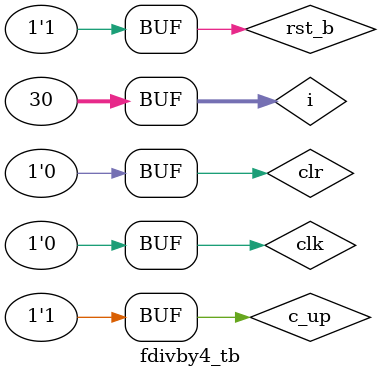
<source format=v>
module fdivby4(input clk, input rst_b, input c_up, input clr, output fdclk);
  
  localparam S0=0, S1=1, S2=2, S3=3;
  reg [3:0] st;
  wire [3:0] st_next;
  
  assign st_next[S0]=(st[S0]&(~c_up|clr))|(st[S1]&clr)|(st[S2]&clr)|(st[S3]&(c_up|clr));
  assign st_next[S1]=(st[S0]&(c_up|~clr))|(st[S1]&(~c_up&~clr));
  assign st_next[S2]=(st[S1]&(c_up|~clr))|(st[S2]&(~c_up&~clr));
  assign st_next[S3]=(st[S2]&(c_up|~clr))|(st[S3]&(~c_up&~clr));
  
  
  
  always @(posedge clk, negedge rst_b) begin
    if(!rst_b) begin
      st<=0;
      st[S0]<=1;
    end
    else st<=st_next;
  end
  
  assign fdclk=st[S0];
  
endmodule


module fdivby4_tb;
  
  reg clk,rst_b,c_up,clr;
  wire fdclk;
  
  fdivby4 dut(
    .clk(clk),
    .rst_b(rst_b),
    .c_up(c_up),
    .clr(clr),
    .fdclk(fdclk)
  );
  
  initial begin
    clk=0;
    rst_b=0;
    clr=0;
    c_up=1;
  end
  
  integer i;
  
  initial begin
    for(i=0;i<30;i=i+1) begin
      #50 clk=~clk;
    end
  end
  
  initial begin
    #25 rst_b=1;
  end
  
  initial begin
    #400 clr=1;
    #100 clr=0;
  end
  
  initial begin
    #600 c_up=0;
    #100 c_up=1;
    #400 c_up=0;
    #200 c_up=1;
  end
  
endmodule
  
  
</source>
